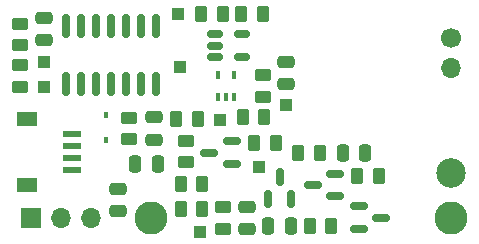
<source format=gbr>
%TF.GenerationSoftware,KiCad,Pcbnew,8.99.0-unknown-2123e2ca9c~177~ubuntu22.04.1*%
%TF.CreationDate,2024-04-04T17:44:23+09:00*%
%TF.ProjectId,SafePulse,53616665-5075-46c7-9365-2e6b69636164,V1.2.4*%
%TF.SameCoordinates,PX78d49e0PY49c7f08*%
%TF.FileFunction,Soldermask,Bot*%
%TF.FilePolarity,Negative*%
%FSLAX46Y46*%
G04 Gerber Fmt 4.6, Leading zero omitted, Abs format (unit mm)*
G04 Created by KiCad (PCBNEW 8.99.0-unknown-2123e2ca9c~177~ubuntu22.04.1) date 2024-04-04 17:44:23*
%MOMM*%
%LPD*%
G01*
G04 APERTURE LIST*
G04 Aperture macros list*
%AMRoundRect*
0 Rectangle with rounded corners*
0 $1 Rounding radius*
0 $2 $3 $4 $5 $6 $7 $8 $9 X,Y pos of 4 corners*
0 Add a 4 corners polygon primitive as box body*
4,1,4,$2,$3,$4,$5,$6,$7,$8,$9,$2,$3,0*
0 Add four circle primitives for the rounded corners*
1,1,$1+$1,$2,$3*
1,1,$1+$1,$4,$5*
1,1,$1+$1,$6,$7*
1,1,$1+$1,$8,$9*
0 Add four rect primitives between the rounded corners*
20,1,$1+$1,$2,$3,$4,$5,0*
20,1,$1+$1,$4,$5,$6,$7,0*
20,1,$1+$1,$6,$7,$8,$9,0*
20,1,$1+$1,$8,$9,$2,$3,0*%
G04 Aperture macros list end*
%ADD10C,1.700000*%
%ADD11O,1.700000X1.700000*%
%ADD12C,2.500000*%
%ADD13C,2.800000*%
%ADD14R,1.700000X1.700000*%
%ADD15R,1.000000X1.000000*%
%ADD16RoundRect,0.250000X-0.262500X-0.450000X0.262500X-0.450000X0.262500X0.450000X-0.262500X0.450000X0*%
%ADD17RoundRect,0.150000X0.587500X0.150000X-0.587500X0.150000X-0.587500X-0.150000X0.587500X-0.150000X0*%
%ADD18RoundRect,0.250000X0.262500X0.450000X-0.262500X0.450000X-0.262500X-0.450000X0.262500X-0.450000X0*%
%ADD19RoundRect,0.250000X-0.250000X-0.475000X0.250000X-0.475000X0.250000X0.475000X-0.250000X0.475000X0*%
%ADD20RoundRect,0.250000X-0.475000X0.250000X-0.475000X-0.250000X0.475000X-0.250000X0.475000X0.250000X0*%
%ADD21RoundRect,0.250000X0.450000X-0.262500X0.450000X0.262500X-0.450000X0.262500X-0.450000X-0.262500X0*%
%ADD22RoundRect,0.250000X-0.450000X0.262500X-0.450000X-0.262500X0.450000X-0.262500X0.450000X0.262500X0*%
%ADD23R,0.450000X0.600000*%
%ADD24RoundRect,0.150000X-0.587500X-0.150000X0.587500X-0.150000X0.587500X0.150000X-0.587500X0.150000X0*%
%ADD25RoundRect,0.150000X0.150000X-0.587500X0.150000X0.587500X-0.150000X0.587500X-0.150000X-0.587500X0*%
%ADD26R,1.550000X0.600000*%
%ADD27R,1.800000X1.200000*%
%ADD28RoundRect,0.150000X0.150000X-0.825000X0.150000X0.825000X-0.150000X0.825000X-0.150000X-0.825000X0*%
%ADD29RoundRect,0.250000X0.250000X0.475000X-0.250000X0.475000X-0.250000X-0.475000X0.250000X-0.475000X0*%
%ADD30RoundRect,0.150000X-0.512500X-0.150000X0.512500X-0.150000X0.512500X0.150000X-0.512500X0.150000X0*%
%ADD31RoundRect,0.250000X0.475000X-0.250000X0.475000X0.250000X-0.475000X0.250000X-0.475000X-0.250000X0*%
%ADD32R,0.400000X0.650000*%
G04 APERTURE END LIST*
D10*
%TO.C,two_pinheader1*%
X37360000Y17040000D03*
D11*
X37360000Y14500000D03*
%TD*%
D12*
%TO.C,H2*%
X37360000Y5610000D03*
%TD*%
D13*
%TO.C,H4*%
X37360000Y1800000D03*
%TD*%
%TO.C,H1*%
X11960000Y1800000D03*
%TD*%
D14*
%TO.C,J1*%
X1800000Y1800000D03*
D11*
X4340000Y1800000D03*
X6880000Y1800000D03*
%TD*%
D15*
%TO.C,TP5*%
X2900000Y12900000D03*
%TD*%
D16*
%TO.C,R21*%
X14437500Y2600000D03*
X16262500Y2600000D03*
%TD*%
D15*
%TO.C,TP1*%
X23400000Y11365000D03*
%TD*%
D16*
%TO.C,R12*%
X14437500Y4650000D03*
X16262500Y4650000D03*
%TD*%
D17*
%TO.C,Q3*%
X27507500Y5545000D03*
X27507500Y3645000D03*
X25632500Y4595000D03*
%TD*%
D15*
%TO.C,TP6*%
X14200000Y19100000D03*
%TD*%
D18*
%TO.C,R24*%
X18012500Y19100000D03*
X16187500Y19100000D03*
%TD*%
D19*
%TO.C,C23*%
X21850000Y1095000D03*
X23750000Y1095000D03*
%TD*%
D20*
%TO.C,C2*%
X2900000Y18750000D03*
X2900000Y16850000D03*
%TD*%
D15*
%TO.C,TP3*%
X14400000Y14600000D03*
%TD*%
D19*
%TO.C,C24*%
X28170000Y7345000D03*
X30070000Y7345000D03*
%TD*%
D21*
%TO.C,R25*%
X14900000Y6537500D03*
X14900000Y8362500D03*
%TD*%
D22*
%TO.C,R22*%
X18050000Y2712500D03*
X18050000Y887500D03*
%TD*%
D23*
%TO.C,D1*%
X8100000Y10550000D03*
X8100000Y8450000D03*
%TD*%
D22*
%TO.C,R5*%
X820000Y18257500D03*
X820000Y16432500D03*
%TD*%
D20*
%TO.C,C22*%
X20050000Y2750000D03*
X20050000Y850000D03*
%TD*%
D24*
%TO.C,Q4*%
X29562500Y895000D03*
X29562500Y2795000D03*
X31437500Y1845000D03*
%TD*%
D16*
%TO.C,R20*%
X19687500Y10341000D03*
X21512500Y10341000D03*
%TD*%
D25*
%TO.C,Q2*%
X23770000Y3407500D03*
X21870000Y3407500D03*
X22820000Y5282500D03*
%TD*%
D18*
%TO.C,R23*%
X21412500Y19100000D03*
X19587500Y19100000D03*
%TD*%
D20*
%TO.C,C1*%
X12200000Y10350000D03*
X12200000Y8450000D03*
%TD*%
%TO.C,C4*%
X9150000Y4300000D03*
X9150000Y2400000D03*
%TD*%
D16*
%TO.C,R14*%
X20699500Y8150000D03*
X22524500Y8150000D03*
%TD*%
D15*
%TO.C,TP2*%
X17800000Y10100000D03*
%TD*%
%TO.C,TP8*%
X16050000Y600000D03*
%TD*%
%TO.C,TP9*%
X21104000Y6118000D03*
%TD*%
D26*
%TO.C,J2*%
X5275000Y5900000D03*
X5275000Y6900000D03*
X5275000Y7900000D03*
X5275000Y8900000D03*
D27*
X1450000Y4600000D03*
X1450000Y10200000D03*
%TD*%
D28*
%TO.C,U2*%
X12380000Y13125000D03*
X11110000Y13125000D03*
X9840000Y13125000D03*
X8570000Y13125000D03*
X7300000Y13125000D03*
X6030000Y13125000D03*
X4760000Y13125000D03*
X4760000Y18075000D03*
X6030000Y18075000D03*
X7300000Y18075000D03*
X8570000Y18075000D03*
X9840000Y18075000D03*
X11110000Y18075000D03*
X12380000Y18075000D03*
%TD*%
D29*
%TO.C,C27*%
X12520000Y6345000D03*
X10620000Y6345000D03*
%TD*%
D16*
%TO.C,R3*%
X14095500Y10182000D03*
X15920500Y10182000D03*
%TD*%
D22*
%TO.C,R4*%
X10100000Y10312500D03*
X10100000Y8487500D03*
%TD*%
D30*
%TO.C,U3*%
X17362500Y15450000D03*
X17362500Y16400000D03*
X17362500Y17350000D03*
X19637500Y17350000D03*
X19637500Y15450000D03*
%TD*%
D16*
%TO.C,R15*%
X29407500Y5345000D03*
X31232500Y5345000D03*
%TD*%
D15*
%TO.C,TP4*%
X2900000Y15000000D03*
%TD*%
D17*
%TO.C,U1*%
X18757500Y8295000D03*
X18757500Y6395000D03*
X16882500Y7345000D03*
%TD*%
D18*
%TO.C,R16*%
X26232500Y7345000D03*
X24407500Y7345000D03*
%TD*%
D31*
%TO.C,C25*%
X23400000Y13115000D03*
X23400000Y15015000D03*
%TD*%
D21*
%TO.C,FB1*%
X820000Y12932500D03*
X820000Y14757500D03*
%TD*%
D22*
%TO.C,R27*%
X21400000Y13912500D03*
X21400000Y12087500D03*
%TD*%
D18*
%TO.C,R19*%
X27212500Y1095000D03*
X25387500Y1095000D03*
%TD*%
D32*
%TO.C,U33*%
X18950000Y12026000D03*
X18300000Y12026000D03*
X17650000Y12026000D03*
X17650000Y13926000D03*
X18950000Y13926000D03*
%TD*%
M02*

</source>
